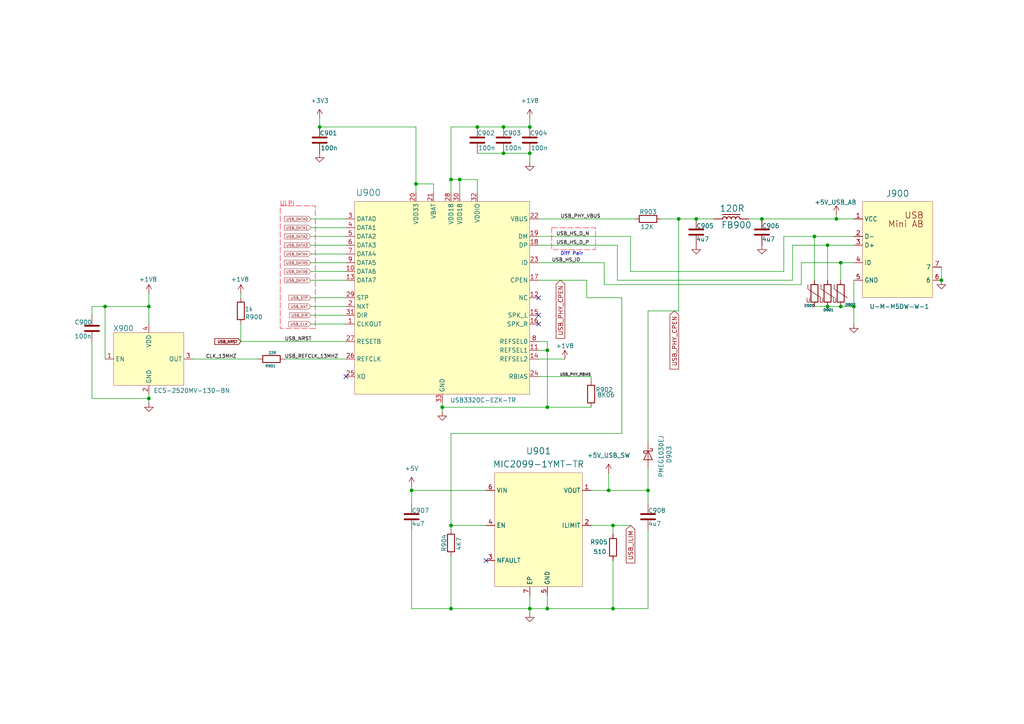
<source format=kicad_sch>
(kicad_sch (version 20231120) (generator "eeschema") (generator_version "8.0")
  (paper "A4")
  (title_block (title "USB 2.0 High-Speed (OTG)") (date "2024-12-05"))
  (lib_symbols
    (symbol "Device:C" (pin_numbers hide) (pin_names (offset 0.254))
      (property "Reference" "C" (at 0.635 2.54 0))
      (property "Value" "C" (at 0.635 -2.54 0))
      (symbol "C_0_1"
        (polyline (pts (xy -2.032 -0.762) (xy 2.032 -0.762)) (stroke (width 0.508)))
        (polyline (pts (xy -2.032 0.762) (xy 2.032 0.762)) (stroke (width 0.508)))
      )
      (symbol "C_1_1"
        (pin passive line (at 0 3.81 270) (length 2.794) (name "~") (number "1"))
        (pin passive line (at 0 -3.81 90) (length 2.794) (name "~") (number "2"))
      )
    )
    (symbol "Device:R" (pin_numbers hide) (pin_names (offset 0))
      (property "Reference" "R" (at 2.032 0 90))
      (property "Value" "R" (at 0 0 90))
      (symbol "R_0_1"
        (rectangle (start -1.016 -2.54) (end 1.016 2.54) (stroke (width 0.254)))
      )
      (symbol "R_1_1"
        (pin passive line (at 0 3.81 270) (length 1.27) (name "~") (number "1"))
        (pin passive line (at 0 -3.81 90) (length 1.27) (name "~") (number "2"))
      )
    )
    (symbol "Device:Varistor" (pin_numbers hide) (pin_names (offset 0))
      (property "Reference" "RV" (at 3.175 0 90))
      (property "Value" "Varistor" (at -3.175 0 90))
      (symbol "Varistor_0_0"
        (text "U" (at -1.778 -2.032 0) (effects (font (size 1.27 1.27))))
      )
      (symbol "Varistor_0_1"
        (rectangle (start -1.016 -2.54) (end 1.016 2.54) (stroke (width 0.254)))
        (polyline (pts (xy -1.905 2.54) (xy -1.905 1.27) (xy 1.905 -1.27)))
      )
      (symbol "Varistor_1_1"
        (pin passive line (at 0 3.81 270) (length 1.27) (name "~") (number "1"))
        (pin passive line (at 0 -3.81 90) (length 1.27) (name "~") (number "2"))
      )
    )
    (symbol "Diode:PMEG1030EJ" (pin_numbers hide) (pin_names hide)
      (property "Reference" "D" (at 0 2.54 0))
      (property "Value" "PMEG1030EJ" (at 0 -2.54 0))
      (symbol "PMEG1030EJ_0_1"
        (polyline (pts (xy 1.27 0) (xy -1.27 0)))
        (polyline (pts (xy 1.27 1.27) (xy 1.27 -1.27) (xy -1.27 0) (xy 1.27 1.27)) (stroke (width 0.2032)))
        (polyline (pts (xy -1.905 0.635) (xy -1.905 1.27) (xy -1.27 1.27) (xy -1.27 -1.27) (xy -0.635 -1.27) (xy -0.635 -0.635)) (stroke (width 0.2032)))
      )
      (symbol "PMEG1030EJ_1_1"
        (pin passive line (at -3.81 0 0) (length 2.54) (name "K") (number "1"))
        (pin passive line (at 3.81 0 180) (length 2.54) (name "A") (number "2"))
      )
    )
    (symbol "Schematic-Lib-PhilsLab:ECS-2520MV-130-BN-TR"
      (property "Reference" "X" (at -1.27 1.27 0))
      (property "Value" "ECS-2520MV-130-BN-TR" (at -1.27 -3.81 0))
      (symbol "ECS-2520MV-130-BN-TR_1_0"
        (rectangle (start 10.16 7.62) (end -10.16 -7.62) (stroke (width 0.0254) (color 128 0 0 1)) (fill (type background)))
        (pin input line (at -12.7 0 0) (length 2.54) (name "EN") (number "1"))
        (pin power_in line (at 0 -10.16 90) (length 2.54) (name "GND") (number "2"))
        (pin passive line (at 12.7 0 180) (length 2.54) (name "OUT") (number "3"))
        (pin power_in line (at 0 10.16 270) (length 2.54) (name "VDD") (number "4"))
      )
    )
    (symbol "Schematic-Lib-PhilsLab:FB_0402"
      (property "Reference" "FB" (at -1.27 1.27 0))
      (property "Value" "FB0402" (at -1.27 -3.81 0))
      (symbol "FB_0402_1_0"
        (arc (start -1.27 0) (mid -1.905 0.635) (end -2.54 0) (stroke (width 0.254)))
        (arc (start 0 0) (mid -0.635 0.635) (end -1.27 0) (stroke (width 0.254)))
        (polyline (pts (xy -2.54 1.27) (xy 2.54 1.27)) (stroke (width 0.254)))
        (arc (start 1.27 0) (mid 0.635 0.635) (end 0 0) (stroke (width 0.254)))
        (arc (start 2.54 0) (mid 1.905 0.635) (end 1.27 0) (stroke (width 0.254)))
        (pin passive line (at -5.08 0 0) (length 2.54) (name "1") (number "1"))
        (pin passive line (at 5.08 0 180) (length 2.54) (name "2") (number "2"))
      )
    )
    (symbol "Schematic-Lib-PhilsLab:GMSB0522132EU"
      (property "Reference" "J1" (at 0 21.59 0))
      (property "Value" "GMSB0522132EU" (at 0 17.78 0))
      (symbol "GMSB0522132EU_1_0"
        (rectangle (start -10.16 15.24) (end 10.16 -12.7) (stroke (width 0.0254)) (fill (type background)))
        (text "Mini AB" (at 7.62 7.62 0) (effects (font (size 1.8288 1.8288)) (justify right bottom)))
        (text "USB" (at 7.62 10.16 0) (effects (font (size 1.8288 1.8288)) (justify right bottom)))
        (pin power_in line (at -12.7 10.16 0) (length 2.54) (name "VCC") (number "1"))
        (pin bidirectional line (at -12.7 5.08 0) (length 2.54) (name "D-") (number "2"))
        (pin bidirectional line (at -12.7 2.54 0) (length 2.54) (name "D+") (number "3"))
        (pin passive line (at -12.7 -2.54 0) (length 2.54) (name "ID") (number "4"))
        (pin power_in line (at -12.7 -7.62 0) (length 2.54) (name "GND") (number "5"))
        (pin power_in line (at 12.7 -7.62 180) (length 2.54) (name "6") (number "6"))
        (pin power_in line (at 12.7 -3.81 180) (length 2.54) (name "7") (number "7"))
      )
    )
    (symbol "Schematic-Lib-PhilsLab:MIC2099-1YMT-TR"
      (property "Reference" "U" (at -1.27 1.27 0))
      (property "Value" "MIC2099-1YMT-TR" (at -1.27 -3.81 0))
      (symbol "MIC2099-1YMT-TR_1_0"
        (rectangle (start 12.7 17.78) (end -12.7 -15.24) (stroke (width 0.0254) (color 128 0 0 1)) (fill (type background)))
        (pin power_in line (at 15.24 12.7 180) (length 2.54) (name "VOUT") (number "1"))
        (pin passive line (at 15.24 2.54 180) (length 2.54) (name "ILIMIT") (number "2"))
        (pin open_collector line (at -15.24 -7.62 0) (length 2.54) (name "NFAULT") (number "3"))
        (pin input line (at -15.24 2.54 0) (length 2.54) (name "EN") (number "4"))
        (pin power_in line (at 2.54 -17.78 90) (length 2.54) (name "GND") (number "5"))
        (pin power_in line (at -15.24 12.7 0) (length 2.54) (name "VIN") (number "6"))
        (pin power_in line (at -2.54 -17.78 90) (length 2.54) (name "EP") (number "7"))
      )
    )
    (symbol "Schematic-Lib-PhilsLab:USB3320C-EZK-TR"
      (property "Reference" "U" (at -1.27 1.27 0))
      (property "Value" "USB3320C-EZK-TR" (at -1.27 -3.81 0))
      (symbol "USB3320C-EZK-TR_1_0"
        (rectangle (start 25.4 27.94) (end -25.4 -27.94) (stroke (width 0.0254) (color 128 0 0 1)) (fill (type background)))
        (pin passive line (at -27.94 -7.62 0) (length 2.54) (name "CLKOUT") (number "1"))
        (pin passive line (at -27.94 7.62 0) (length 2.54) (name "DATA6") (number "10"))
        (pin passive line (at 27.94 -15.24 180) (length 2.54) (name "REFSEL1") (number "11"))
        (pin passive line (at 27.94 0 180) (length 2.54) (name "NC") (number "12"))
        (pin passive line (at -27.94 5.08 0) (length 2.54) (name "DATA7") (number "13"))
        (pin passive line (at 27.94 -17.78 180) (length 2.54) (name "REFSEL2") (number "14"))
        (pin passive line (at 27.94 -5.08 180) (length 2.54) (name "SPK_L") (number "15"))
        (pin passive line (at 27.94 -7.62 180) (length 2.54) (name "SPK_R") (number "16"))
        (pin passive line (at 27.94 5.08 180) (length 2.54) (name "CPEN") (number "17"))
        (pin passive line (at 27.94 15.24 180) (length 2.54) (name "DP") (number "18"))
        (pin passive line (at 27.94 17.78 180) (length 2.54) (name "DM") (number "19"))
        (pin passive line (at -27.94 -2.54 0) (length 2.54) (name "NXT") (number "2"))
        (pin passive line (at -7.62 30.48 270) (length 2.54) (name "VDD33") (number "20"))
        (pin passive line (at -2.54 30.48 270) (length 2.54) (name "VBAT") (number "21"))
        (pin passive line (at 27.94 22.86 180) (length 2.54) (name "VBUS") (number "22"))
        (pin passive line (at 27.94 10.16 180) (length 2.54) (name "ID") (number "23"))
        (pin passive line (at 27.94 -22.86 180) (length 2.54) (name "RBIAS") (number "24"))
        (pin passive line (at -27.94 -22.86 0) (length 2.54) (name "XO") (number "25"))
        (pin passive line (at -27.94 -17.78 0) (length 2.54) (name "REFCLK") (number "26"))
        (pin passive line (at -27.94 -12.7 0) (length 2.54) (name "RESETB") (number "27"))
        (pin passive line (at 2.54 30.48 270) (length 2.54) (name "VDD18") (number "28"))
        (pin passive line (at -27.94 0 0) (length 2.54) (name "STP") (number "29"))
        (pin passive line (at -27.94 22.86 0) (length 2.54) (name "DATA0") (number "3"))
        (pin passive line (at 5.08 30.48 270) (length 2.54) (name "VDD18") (number "30"))
        (pin passive line (at -27.94 -5.08 0) (length 2.54) (name "DIR") (number "31"))
        (pin passive line (at 10.16 30.48 270) (length 2.54) (name "VDDIO") (number "32"))
        (pin passive line (at 0 -30.48 90) (length 2.54) (name "GND") (number "33"))
        (pin passive line (at -27.94 20.32 0) (length 2.54) (name "DATA1") (number "4"))
        (pin passive line (at -27.94 17.78 0) (length 2.54) (name "DATA2") (number "5"))
        (pin passive line (at -27.94 15.24 0) (length 2.54) (name "DATA3") (number "6"))
        (pin passive line (at -27.94 12.7 0) (length 2.54) (name "DATA4") (number "7"))
        (pin passive line (at 27.94 -12.7 180) (length 2.54) (name "REFSEL0") (number "8"))
        (pin passive line (at -27.94 10.16 0) (length 2.54) (name "DATA5") (number "9"))
      )
    )
    (symbol "power:+1V0" (power) (pin_numbers hide) (pin_names (offset 0) hide)
      (property "Value" "+1V0" (at 0 3.556 0))
      (symbol "+1V0_0_1"
        (polyline (pts (xy -0.762 1.27) (xy 0 2.54)))
        (polyline (pts (xy 0 0) (xy 0 2.54)))
        (polyline (pts (xy 0 2.54) (xy 0.762 1.27)))
      )
      (symbol "+1V0_1_1"
        (pin power_in line (at 0 0 90) (length 0) (name "~") (number "1"))
      )
    )
    (symbol "power:+5V" (power) (pin_numbers hide) (pin_names (offset 0) hide)
      (property "Value" "+5V" (at 0 3.556 0))
      (symbol "+5V_0_1"
        (polyline (pts (xy -0.762 1.27) (xy 0 2.54)))
        (polyline (pts (xy 0 0) (xy 0 2.54)))
        (polyline (pts (xy 0 2.54) (xy 0.762 1.27)))
      )
      (symbol "+5V_1_1"
        (pin power_in line (at 0 0 90) (length 0) (name "~") (number "1"))
      )
    )
    (symbol "power:GND" (power) (pin_numbers hide) (pin_names (offset 0) hide)
      (property "Value" "GND" (at 0 -3.81 0))
      (symbol "GND_0_1"
        (polyline (pts (xy 0 0) (xy 0 -1.27) (xy 1.27 -1.27) (xy 0 -2.54) (xy -1.27 -1.27) (xy 0 -1.27)))
      )
      (symbol "GND_1_1"
        (pin power_in line (at 0 0 270) (length 0) (name "~") (number "1"))
      )
    )
  )
  (junction (at 128.27 118.11))
  (junction (at 146.05 44.45))
  (junction (at 138.43 36.83))
  (junction (at 130.81 152.4))
  (junction (at 43.18 115.57))
  (junction (at 153.67 36.83))
  (junction (at 220.98 63.5))
  (junction (at 158.75 118.11))
  (junction (at 133.35 52.07))
  (junction (at 243.84 88.9))
  (junction (at 240.03 71.12))
  (junction (at 119.38 142.24))
  (junction (at 177.8 176.53))
  (junction (at 153.67 44.45))
  (junction (at 242.57 63.5))
  (junction (at 243.84 76.2))
  (junction (at 120.65 53.34))
  (junction (at 201.93 63.5))
  (junction (at 236.22 68.58))
  (junction (at 130.81 52.07))
  (junction (at 240.03 88.9))
  (junction (at 92.71 36.83))
  (junction (at 187.96 142.24))
  (junction (at 158.75 101.6))
  (junction (at 247.65 88.9))
  (junction (at 177.8 152.4))
  (junction (at 43.18 88.9))
  (junction (at 130.81 176.53))
  (junction (at 158.75 176.53))
  (junction (at 196.85 63.5))
  (junction (at 153.67 176.53))
  (junction (at 273.05 81.28))
  (junction (at 146.05 36.83))
  (junction (at 176.53 142.24))
  (junction (at 30.48 88.9))
  (no_connect (at 156.21 93.98))
  (no_connect (at 140.97 162.56))
  (no_connect (at 156.21 91.44))
  (no_connect (at 156.21 86.36))
  (no_connect (at 100.33 109.22))
  (wire (pts (xy 138.43 52.07) (xy 138.43 55.88)))
  (wire (pts (xy 90.17 88.9) (xy 100.33 88.9)))
  (wire (pts (xy 236.22 88.9) (xy 240.03 88.9)))
  (wire (pts (xy 133.35 52.07) (xy 138.43 52.07)))
  (wire (pts (xy 229.87 71.12) (xy 240.03 71.12)))
  (wire (pts (xy 175.26 82.55) (xy 175.26 76.2)))
  (wire (pts (xy 90.17 66.04) (xy 100.33 66.04)))
  (wire (pts (xy 153.67 176.53) (xy 158.75 176.53)))
  (wire (pts (xy 130.81 176.53) (xy 153.67 176.53)))
  (wire (pts (xy 92.71 36.83) (xy 120.65 36.83)))
  (wire (pts (xy 90.17 76.2) (xy 100.33 76.2)))
  (wire (pts (xy 156.21 109.22) (xy 171.45 109.22)))
  (wire (pts (xy 187.96 176.53) (xy 177.8 176.53)))
  (wire (pts (xy 156.21 104.14) (xy 163.83 104.14)))
  (wire (pts (xy 90.17 81.28) (xy 100.33 81.28)))
  (wire (pts (xy 201.93 63.5) (xy 207.01 63.5)))
  (wire (pts (xy 220.98 63.5) (xy 242.57 63.5)))
  (wire (pts (xy 243.84 81.28) (xy 243.84 76.2)))
  (wire (pts (xy 119.38 176.53) (xy 130.81 176.53)))
  (wire (pts (xy 242.57 62.23) (xy 242.57 63.5)))
  (wire (pts (xy 196.85 90.17) (xy 196.85 63.5)))
  (wire (pts (xy 177.8 154.94) (xy 177.8 152.4)))
  (wire (pts (xy 158.75 99.06) (xy 158.75 101.6)))
  (wire (pts (xy 92.71 34.29) (xy 92.71 36.83)))
  (wire (pts (xy 119.38 153.67) (xy 119.38 176.53)))
  (wire (pts (xy 69.85 85.09) (xy 69.85 86.36)))
  (wire (pts (xy 182.88 68.58) (xy 182.88 78.74)))
  (wire (pts (xy 243.84 88.9) (xy 247.65 88.9)))
  (wire (pts (xy 156.21 63.5) (xy 184.15 63.5)))
  (wire (pts (xy 158.75 101.6) (xy 158.75 118.11)))
  (wire (pts (xy 240.03 71.12) (xy 247.65 71.12)))
  (wire (pts (xy 242.57 63.5) (xy 247.65 63.5)))
  (wire (pts (xy 130.81 152.4) (xy 130.81 125.73)))
  (wire (pts (xy 156.21 68.58) (xy 182.88 68.58)))
  (wire (pts (xy 247.65 76.2) (xy 243.84 76.2)))
  (wire (pts (xy 90.17 91.44) (xy 100.33 91.44)))
  (wire (pts (xy 158.75 176.53) (xy 158.75 172.72)))
  (wire (pts (xy 138.43 36.83) (xy 130.81 36.83)))
  (wire (pts (xy 43.18 88.9) (xy 30.48 88.9)))
  (wire (pts (xy 128.27 119.38) (xy 128.27 118.11)))
  (wire (pts (xy 30.48 88.9) (xy 30.48 104.14)))
  (wire (pts (xy 90.17 71.12) (xy 100.33 71.12)))
  (wire (pts (xy 140.97 142.24) (xy 119.38 142.24)))
  (wire (pts (xy 130.81 52.07) (xy 133.35 52.07)))
  (wire (pts (xy 43.18 88.9) (xy 43.18 93.98)))
  (wire (pts (xy 43.18 85.09) (xy 43.18 88.9)))
  (wire (pts (xy 177.8 152.4) (xy 182.88 152.4)))
  (wire (pts (xy 153.67 177.8) (xy 153.67 176.53)))
  (wire (pts (xy 217.17 63.5) (xy 220.98 63.5)))
  (wire (pts (xy 227.33 68.58) (xy 236.22 68.58)))
  (wire (pts (xy 187.96 146.05) (xy 187.96 142.24)))
  (wire (pts (xy 182.88 78.74) (xy 227.33 78.74)))
  (wire (pts (xy 156.21 81.28) (xy 170.18 81.28)))
  (wire (pts (xy 26.67 115.57) (xy 43.18 115.57)))
  (wire (pts (xy 171.45 109.22) (xy 171.45 110.49)))
  (wire (pts (xy 229.87 81.28) (xy 229.87 71.12)))
  (wire (pts (xy 232.41 76.2) (xy 232.41 82.55)))
  (wire (pts (xy 153.67 172.72) (xy 153.67 176.53)))
  (wire (pts (xy 247.65 93.98) (xy 247.65 88.9)))
  (wire (pts (xy 232.41 82.55) (xy 175.26 82.55)))
  (wire (pts (xy 146.05 44.45) (xy 153.67 44.45)))
  (wire (pts (xy 120.65 53.34) (xy 120.65 55.88)))
  (wire (pts (xy 90.17 93.98) (xy 100.33 93.98)))
  (wire (pts (xy 158.75 118.11) (xy 128.27 118.11)))
  (wire (pts (xy 130.81 125.73) (xy 180.34 125.73)))
  (wire (pts (xy 140.97 152.4) (xy 130.81 152.4)))
  (wire (pts (xy 26.67 88.9) (xy 26.67 91.44)))
  (wire (pts (xy 90.17 78.74) (xy 100.33 78.74)))
  (wire (pts (xy 119.38 140.97) (xy 119.38 142.24)))
  (wire (pts (xy 128.27 118.11) (xy 128.27 116.84)))
  (wire (pts (xy 130.81 152.4) (xy 130.81 153.67)))
  (wire (pts (xy 120.65 36.83) (xy 120.65 53.34)))
  (wire (pts (xy 187.96 153.67) (xy 187.96 176.53)))
  (wire (pts (xy 177.8 162.56) (xy 177.8 176.53)))
  (wire (pts (xy 138.43 44.45) (xy 146.05 44.45)))
  (wire (pts (xy 69.85 99.06) (xy 100.33 99.06)))
  (wire (pts (xy 43.18 115.57) (xy 43.18 114.3)))
  (wire (pts (xy 170.18 86.36) (xy 170.18 81.28)))
  (wire (pts (xy 138.43 36.83) (xy 146.05 36.83)))
  (wire (pts (xy 119.38 142.24) (xy 119.38 146.05)))
  (wire (pts (xy 146.05 36.83) (xy 153.67 36.83)))
  (wire (pts (xy 171.45 142.24) (xy 176.53 142.24)))
  (wire (pts (xy 158.75 118.11) (xy 171.45 118.11)))
  (wire (pts (xy 243.84 76.2) (xy 232.41 76.2)))
  (wire (pts (xy 125.73 55.88) (xy 125.73 53.34)))
  (wire (pts (xy 177.8 152.4) (xy 171.45 152.4)))
  (wire (pts (xy 130.81 161.29) (xy 130.81 176.53)))
  (wire (pts (xy 175.26 76.2) (xy 156.21 76.2)))
  (wire (pts (xy 133.35 52.07) (xy 133.35 55.88)))
  (wire (pts (xy 26.67 99.06) (xy 26.67 115.57)))
  (wire (pts (xy 130.81 55.88) (xy 130.81 52.07)))
  (wire (pts (xy 179.07 81.28) (xy 229.87 81.28)))
  (wire (pts (xy 82.55 104.14) (xy 100.33 104.14)))
  (wire (pts (xy 227.33 78.74) (xy 227.33 68.58)))
  (wire (pts (xy 153.67 46.99) (xy 153.67 44.45)))
  (wire (pts (xy 179.07 71.12) (xy 179.07 81.28)))
  (wire (pts (xy 191.77 63.5) (xy 196.85 63.5)))
  (wire (pts (xy 130.81 36.83) (xy 130.81 52.07)))
  (wire (pts (xy 176.53 137.16) (xy 176.53 142.24)))
  (wire (pts (xy 125.73 53.34) (xy 120.65 53.34)))
  (wire (pts (xy 158.75 101.6) (xy 156.21 101.6)))
  (wire (pts (xy 196.85 63.5) (xy 201.93 63.5)))
  (wire (pts (xy 153.67 34.29) (xy 153.67 36.83)))
  (wire (pts (xy 273.05 77.47) (xy 273.05 81.28)))
  (wire (pts (xy 247.65 88.9) (xy 247.65 81.28)))
  (wire (pts (xy 156.21 99.06) (xy 158.75 99.06)))
  (wire (pts (xy 90.17 86.36) (xy 100.33 86.36)))
  (wire (pts (xy 187.96 128.27) (xy 187.96 90.17)))
  (wire (pts (xy 55.88 104.14) (xy 74.93 104.14)))
  (wire (pts (xy 236.22 68.58) (xy 247.65 68.58)))
  (wire (pts (xy 180.34 125.73) (xy 180.34 86.36)))
  (wire (pts (xy 43.18 116.84) (xy 43.18 115.57)))
  (wire (pts (xy 187.96 90.17) (xy 196.85 90.17)))
  (wire (pts (xy 156.21 71.12) (xy 179.07 71.12)))
  (wire (pts (xy 90.17 63.5) (xy 100.33 63.5)))
  (wire (pts (xy 176.53 142.24) (xy 187.96 142.24)))
  (wire (pts (xy 30.48 88.9) (xy 26.67 88.9)))
  (wire (pts (xy 187.96 142.24) (xy 187.96 135.89)))
  (wire (pts (xy 90.17 68.58) (xy 100.33 68.58)))
  (wire (pts (xy 69.85 99.06) (xy 69.85 93.98)))
  (wire (pts (xy 180.34 86.36) (xy 170.18 86.36)))
  (wire (pts (xy 240.03 88.9) (xy 243.84 88.9)))
  (wire (pts (xy 177.8 176.53) (xy 158.75 176.53)))
  (wire (pts (xy 236.22 68.58) (xy 236.22 81.28)))
  (wire (pts (xy 240.03 71.12) (xy 240.03 81.28)))
  (wire (pts (xy 90.17 73.66) (xy 100.33 73.66)))
  (rectangle (start 91.44 95.25) (end 91.44 95.25))
  (rectangle (start 160.02 66.04) (end 172.72 72.39) (stroke (width 0) (type dash) (color 255 42 44 1)))
  (rectangle (start 81.28 59.69) (end 91.44 95.25) (stroke (width 0) (type dash) (color 255 38 45 1)))
  (text "ULPI" (at 83.312 59.182 0) (effects (font (size 1.27 1.27))))
  (text "Diff Pair" (at 165.862 73.66 0) (effects (font (size 1.016 1.016))))
  (label "USB_NRST" (at 82.55 99.06 0) (effects (font (size 1.016 1.016))))
  (label "CLK_13MHZ" (at 59.69 104.14 0) (effects (font (size 1.016 1.016))))
  (label "USB_PHY_RBIAS" (at 171.45 109.22 180) (effects (font (size 0.762 0.762))))
  (label "USB_HS_D_P" (at 161.29 71.12 0) (effects (font (size 1.016 1.016))))
  (label "USB_HS_ID" (at 160.02 76.2 0) (effects (font (size 1.016 1.016))))
  (label "USB_HS_D_N" (at 161.29 68.58 0) (effects (font (size 1.016 1.016))))
  (label "USB_REFCLK_13MHZ" (at 82.55 104.14 0) (effects (font (size 1.016 1.016))))
  (label "USB_PHY_VBUS" (at 162.56 63.5 0) (effects (font (size 1.016 1.016))))
  (global_label "USB_DATA4" (shape input) (at 90.17 73.66 180) (effects (font (size 0.762 0.762) (thickness 0.0953))) (property "Intersheetrefs" "${INTERSHEET_REFS}" (effects (hide yes))))
  (global_label "USB_DATA3" (shape input) (at 90.17 71.12 180) (effects (font (size 0.762 0.762) (thickness 0.0953))) (property "Intersheetrefs" "${INTERSHEET_REFS}" (effects (hide yes))))
  (global_label "USB_NXT" (shape input) (at 90.17 88.9 180) (effects (font (size 0.762 0.762) (thickness 0.0953))) (property "Intersheetrefs" "${INTERSHEET_REFS}" (effects (hide yes))))
  (global_label "USB_DIR" (shape input) (at 90.17 91.44 180) (effects (font (size 0.762 0.762) (thickness 0.0953))) (property "Intersheetrefs" "${INTERSHEET_REFS}" (effects (hide yes))))
  (global_label "USB_ILIM" (shape input) (at 182.88 152.4 270) (property "Intersheetrefs" "${INTERSHEET_REFS}" (effects (hide yes))))
  (global_label "USB_DATA6" (shape input) (at 90.17 78.74 180) (effects (font (size 0.762 0.762) (thickness 0.0953))) (property "Intersheetrefs" "${INTERSHEET_REFS}" (effects (hide yes))))
  (global_label "USB_STP" (shape input) (at 90.17 86.36 180) (effects (font (size 0.762 0.762) (thickness 0.0953))) (property "Intersheetrefs" "${INTERSHEET_REFS}" (effects (hide yes))))
  (global_label "USB_DATA2" (shape input) (at 90.17 68.58 180) (effects (font (size 0.762 0.762) (thickness 0.0953))) (property "Intersheetrefs" "${INTERSHEET_REFS}" (effects (hide yes))))
  (global_label "USB_DATA7" (shape input) (at 90.17 81.28 180) (effects (font (size 0.762 0.762) (thickness 0.0953))) (property "Intersheetrefs" "${INTERSHEET_REFS}" (effects (hide yes))))
  (global_label "USB_PHY_CPEN" (shape input) (at 195.58 90.17 270) (property "Intersheetrefs" "${INTERSHEET_REFS}" (effects (hide yes))))
  (global_label "USB_CLK" (shape input) (at 90.17 93.98 180) (effects (font (size 0.762 0.762) (thickness 0.0953))) (property "Intersheetrefs" "${INTERSHEET_REFS}" (effects (hide yes))))
  (global_label "USB_DATA5" (shape input) (at 90.17 76.2 180) (effects (font (size 0.762 0.762) (thickness 0.0953))) (property "Intersheetrefs" "${INTERSHEET_REFS}" (effects (hide yes))))
  (global_label "USB_PHY_CPEN" (shape input) (at 162.56 81.28 270) (property "Intersheetrefs" "${INTERSHEET_REFS}" (effects (hide yes))))
  (global_label "USB_DATA1" (shape input) (at 90.17 66.04 180) (effects (font (size 0.762 0.762) (thickness 0.0953))) (property "Intersheetrefs" "${INTERSHEET_REFS}" (effects (hide yes))))
  (global_label "USB_NRST" (shape input) (at 69.85 99.06 180) (effects (font (size 0.762 0.762) (thickness 0.254) (bold yes))) (property "Intersheetrefs" "${INTERSHEET_REFS}" (effects (hide yes))))
  (global_label "USB_DATA0" (shape input) (at 90.17 63.5 180) (effects (font (size 0.762 0.762) (thickness 0.0953))) (property "Intersheetrefs" "${INTERSHEET_REFS}" (effects (hide yes))))
  (symbol (lib_id "Device:C") (at 201.93 67.31 0) (unit 1)
    (property "Reference" "C905" (at 201.93 65.532 0) (effects (justify left)))
    (property "Value" "4u7" (at 201.93 69.342 0) (effects (justify left)))
    (property "Footprint" "Capacitor_SMD:C_0402_1005Metric" (effects (hide yes)))
    (property "Description" "Unpolarized capacitor" (effects (hide yes)))
    (property "LCSC" "C23733" (effects (hide yes)))
    (property "Manufacturer Part Number" "CL05A475MP5NRNC" (effects (hide yes)))
  )
  (symbol (lib_id "Diode:PMEG1030EJ") (at 187.96 132.08 270) (unit 1)
    (property "Reference" "D903" (at 194.056 131.826 0))
    (property "Value" "PMEG1030EJ" (at 191.77 132.334 0))
    (property "Footprint" "easyeda2kicad_foorprint:SOD-323_L1.8-W1.3-LS2.5-RD" (effects (hide yes)))
    (property "Datasheet" "https://assets.nexperia.com/documents/data-sheet/PMEG1030EH_EJ.pdf" (effects (hide yes)))
    (property "Description" "10V, 3A ultra low Vf MEGA Schottky barrier rectifier, SOD-323F" (effects (hide yes)))
    (property "LCSC" "C133633" (effects (hide yes)))
    (property "Field6Manufacturer Part Number" "PMEG1030EJ" (effects (hide yes)))
  )
  (symbol (lib_id "power:GND") (at 201.93 71.12 0) (unit 1)
    (property "Reference" "#PWR0203" (effects (hide yes)))
    (property "Value" "GND" (effects (hide yes)))
    (property "Description" "Power symbol creates a global label with name \"GND\" , ground" (effects (hide yes)))
  )
  (symbol (lib_id "Device:R") (at 130.81 157.48 180) (unit 1)
    (property "Reference" "R904" (at 128.778 157.48 90))
    (property "Value" "4K7" (at 133.096 157.734 90))
    (property "Footprint" "Resistor_SMD:R_0402_1005Metric" (effects (hide yes)))
    (property "Description" "Resistor" (effects (hide yes)))
    (property "LCSC" "C25900" (effects (hide yes)))
    (property "Manufacturer Part Number" "0402WGF4701TCE" (effects (hide yes)))
  )
  (symbol (lib_id "power:GND") (at 273.05 81.28 0) (unit 1)
    (property "Reference" "#PWR050" (effects (hide yes)))
    (property "Value" "GND" (effects (hide yes)))
    (property "Description" "Power symbol creates a global label with name \"GND\" , ground" (effects (hide yes)))
  )
  (symbol (lib_id "Device:R") (at 171.45 114.3 180) (unit 1)
    (property "Reference" "R902" (at 175.26 113.03 0))
    (property "Value" "8K06" (at 175.768 114.554 0))
    (property "Footprint" "Resistor_SMD:R_0402_1005Metric" (effects (hide yes)))
    (property "Description" "Resistor" (effects (hide yes)))
    (property "LCSC" "C25923" (effects (hide yes)))
    (property "Manufacturer Part Number" "0402WGF8061TCE" (effects (hide yes)))
  )
  (symbol (lib_id "Schematic-Lib-PhilsLab:USB3320C-EZK-TR") (at 128.27 86.36 0) (unit 1)
    (property "Reference" "U900" (at 103.124 55.88 0) (effects (font (size 1.8288 1.8288)) (justify left)))
    (property "Value" "USB3320C-EZK-TR" (at 130.556 116.078 0) (effects (justify left)))
    (property "Footprint" "easyeda2kicad_foorprint:QFN-32_L5.0-W5.0-P0.50-BL-EP3.4" (effects (hide yes)))
    (property "Description" "Hi-Speed USB 2.0 ULPI Transceiver" (effects (hide yes)))
    (property "Manufacturer" "Microchip" (effects (hide yes)))
    (property "Manufacturer Part Number" "USB3320C-EZK-TR" (effects (hide yes)))
    (property "LCSC" "C132156" (effects (hide yes)))
  )
  (symbol (lib_id "Device:R") (at 177.8 158.75 180) (unit 1)
    (property "Reference" "R905" (at 173.736 157.226 0))
    (property "Value" "510" (at 173.99 160.02 0))
    (property "Footprint" "Resistor_SMD:R_0402_1005Metric" (effects (hide yes)))
    (property "Description" "Resistor" (effects (hide yes)))
    (property "LCSC" "C1119" (effects (hide yes)))
    (property "Manufacturer Part Number" "RC-02W511JT" (effects (hide yes)))
  )
  (symbol (lib_id "power:+1V0") (at 163.83 104.14 0) (unit 1)
    (property "Reference" "#PWR0206" (effects (hide yes)))
    (property "Value" "+1V8" (at 163.83 100.33 0))
    (property "Description" "Power symbol creates a global label with name \"+1V0\"" (effects (hide yes)))
  )
  (symbol (lib_id "power:+1V0") (at 153.67 34.29 0) (unit 1)
    (property "Reference" "#PWR0198" (effects (hide yes)))
    (property "Value" "+1V8" (at 153.67 29.21 0))
    (property "Description" "Power symbol creates a global label with name \"+1V0\"" (effects (hide yes)))
  )
  (symbol (lib_id "power:GND") (at 43.18 116.84 0) (unit 1)
    (property "Reference" "#PWR0201" (effects (hide yes)))
    (property "Value" "GND" (effects (hide yes)))
    (property "Description" "Power symbol creates a global label with name \"GND\" , ground" (effects (hide yes)))
  )
  (symbol (lib_id "Device:C") (at 26.67 95.25 0) (unit 1)
    (property "Reference" "C900" (at 21.59 93.472 0) (effects (justify left)))
    (property "Value" "100n" (at 21.59 97.536 0) (effects (justify left)))
    (property "Footprint" "Capacitor_SMD:C_0402_1005Metric" (effects (hide yes)))
    (property "Description" "Unpolarized capacitor" (effects (hide yes)))
    (property "LCSC" "C1525" (effects (hide yes)))
    (property "Manufacturer Part Number" "CL05B104KO5NNNC" (effects (hide yes)))
  )
  (symbol (lib_id "Device:Varistor") (at 243.84 85.09 0) (unit 1)
    (property "Reference" "D902" (at 245.11 88.392 0) (effects (font (size 0.762 0.762)) (justify left)))
    (property "Value" "Varistor" (effects (hide yes)))
    (property "Footprint" "easyeda2kicad_foorprint:C0402" (effects (hide yes)))
    (property "Description" "Voltage dependent resistor" (effects (hide yes)))
    (property "Sim.Name" "kicad_builtin_varistor" (effects (hide yes)))
    (property "Sim.Device" "SUBCKT" (effects (hide yes)))
    (property "Sim.Pins" "1=A 2=B" (effects (hide yes)))
    (property "Sim.Params" "threshold=1k" (effects (hide yes)))
    (property "Sim.Library" "${KICAD7_SYMBOL_DIR}/Simulation_SPICE.sp" (effects (hide yes)))
    (property "LCSC" "C2655393" (effects (hide yes)))
    (property "Manufacturer Part Number" "CG0402MLU-3.3G" (effects (hide yes)))
  )
  (symbol (lib_id "power:GND") (at 153.67 46.99 0) (unit 1)
    (property "Reference" "#PWR0195" (effects (hide yes)))
    (property "Value" "GND" (effects (hide yes)))
    (property "Description" "Power symbol creates a global label with name \"GND\" , ground" (effects (hide yes)))
  )
  (symbol (lib_id "power:GND") (at 247.65 93.98 0) (unit 1)
    (property "Reference" "#PWR0205" (effects (hide yes)))
    (property "Value" "GND" (effects (hide yes)))
    (property "Description" "Power symbol creates a global label with name \"GND\" , ground" (effects (hide yes)))
  )
  (symbol (lib_id "Device:C") (at 92.71 40.64 0) (unit 1)
    (property "Reference" "C901" (at 92.71 38.608 0) (effects (justify left)))
    (property "Value" "100n" (at 92.964 42.926 0) (effects (justify left)))
    (property "Footprint" "Capacitor_SMD:C_0402_1005Metric" (effects (hide yes)))
    (property "Description" "Unpolarized capacitor" (effects (hide yes)))
    (property "LCSC" "C1525" (effects (hide yes)))
    (property "Manufacturer Part Number" "CL05B104KO5NNNC" (effects (hide yes)))
  )
  (symbol (lib_id "Schematic-Lib-PhilsLab:MIC2099-1YMT-TR") (at 156.21 154.94 0) (unit 1)
    (property "Reference" "U901" (at 156.21 130.81 0) (effects (font (size 1.8288 1.8288))))
    (property "Value" "MIC2099-1YMT-TR" (at 156.21 134.62 0) (effects (font (size 1.8288 1.8288))))
    (property "Footprint" "easyeda2kicad_foorprint:UDFN-6_L1.6-W1.6-P0.50-BL-EP1.2" (effects (hide yes)))
    (property "Description" "Power Distribution Switch Resistor programmable current limit\r\n– 0.1A to 1.1A 2.5V-5.5V" (effects (hide yes)))
    (property "Manufacturer" "Microchip" (effects (hide yes)))
    (property "Manufacturer Part Number" "MIC2099-1YMT-TR" (effects (hide yes)))
    (property "LCSC" "C621527" (effects (hide yes)))
  )
  (symbol (lib_id "Device:C") (at 220.98 67.31 0) (unit 1)
    (property "Reference" "C906" (at 220.98 65.532 0) (effects (justify left)))
    (property "Value" "4u7" (at 220.98 69.342 0) (effects (justify left)))
    (property "Footprint" "Capacitor_SMD:C_0402_1005Metric" (effects (hide yes)))
    (property "Description" "Unpolarized capacitor" (effects (hide yes)))
    (property "LCSC" "C23733" (effects (hide yes)))
    (property "Manufacturer Part Number" "CL05A475MP5NRNC" (effects (hide yes)))
  )
  (symbol (lib_id "Device:C") (at 119.38 149.86 0) (unit 1)
    (property "Reference" "C907" (at 119.38 148.082 0) (effects (justify left)))
    (property "Value" "4u7" (at 119.38 151.892 0) (effects (justify left)))
    (property "Footprint" "Capacitor_SMD:C_0402_1005Metric" (effects (hide yes)))
    (property "Description" "Unpolarized capacitor" (effects (hide yes)))
    (property "LCSC" "C23733" (effects (hide yes)))
    (property "Manufacturer Part Number" "CL05A475MP5NRNC" (effects (hide yes)))
  )
  (symbol (lib_id "Device:C") (at 138.43 40.64 0) (unit 1)
    (property "Reference" "C902" (at 138.43 38.608 0) (effects (justify left)))
    (property "Value" "100n" (at 138.684 42.926 0) (effects (justify left)))
    (property "Footprint" "Capacitor_SMD:C_0402_1005Metric" (effects (hide yes)))
    (property "Description" "Unpolarized capacitor" (effects (hide yes)))
    (property "LCSC" "C1525" (effects (hide yes)))
    (property "Manufacturer Part Number" "CL05B104KO5NNNC" (effects (hide yes)))
  )
  (symbol (lib_id "power:+1V0") (at 43.18 85.09 0) (unit 1)
    (property "Reference" "#PWR0202" (effects (hide yes)))
    (property "Value" "+1V8" (at 42.926 81.026 0))
    (property "Description" "Power symbol creates a global label with name \"+1V0\"" (effects (hide yes)))
  )
  (symbol (lib_id "Schematic-Lib-PhilsLab:GMSB0522132EU") (at 260.35 73.66 0) (unit 1)
    (property "Reference" "J900" (at 260.35 56.134 0) (effects (font (size 1.8288 1.8288))))
    (property "Value" "U-M-M5DW-W-1" (at 260.858 88.9 0))
    (property "Footprint" "easyeda2kicad_foorprint:MINI-USB-TH_U-M-M5DW-W-1" (effects (hide yes)))
    (property "Description" "USB 2.0 Mini AB Receptacle Right Angle Through-Hole" (effects (hide yes)))
    (property "Manufacturer" "Korean Hroparts Elec" (effects (hide yes)))
    (property "Manufacturer Part Number" "U-M-M5DW-W-1" (effects (hide yes)))
    (property "LCSC" "C530648" (effects (hide yes)))
  )
  (symbol (lib_id "power:+5V") (at 242.57 62.23 0) (unit 1)
    (property "Reference" "#PWR051" (effects (hide yes)))
    (property "Value" "+5V_USB_AB" (at 242.316 58.674 0))
    (property "Description" "Power symbol creates a global label with name \"+5V\"" (effects (hide yes)))
  )
  (symbol (lib_id "Schematic-Lib-PhilsLab:FB_0402") (at 212.09 63.5 0) (unit 1)
    (property "Reference" "FB900" (at 213.614 65.278 0) (effects (font (size 1.8288 1.8288))))
    (property "Value" "120R" (at 212.344 60.452 0) (effects (font (size 1.8288 1.8288))))
    (property "Footprint" "Footprint-Lib-PhilsLab:FB_0402" (effects (hide yes)))
    (property "Description" "Ferrite Bead SMD 0402" (effects (hide yes)))
    (property "Manufacturer" "*" (effects (hide yes)))
    (property "Manufacturer Part Number" "GZ1005D121TF" (effects (hide yes)))
    (property "Distributor Link" "*" (effects (hide yes)))
    (property "LCSC" "C38480" (effects (hide yes)))
  )
  (symbol (lib_id "power:+1V0") (at 119.38 140.97 0) (unit 1)
    (property "Reference" "#PWR061" (effects (hide yes)))
    (property "Value" "+5V" (at 119.38 135.89 0))
    (property "Description" "Power symbol creates a global label with name \"+1V0\"" (effects (hide yes)))
  )
  (symbol (lib_id "Schematic-Lib-PhilsLab:ECS-2520MV-130-BN-TR") (at 43.18 104.14 0) (unit 1)
    (property "Reference" "X900" (at 35.814 95.25 0) (effects (font (size 1.524 1.524))))
    (property "Value" "ECS-2520MV-130-BN" (at 55.626 113.284 0))
    (property "Footprint" "Footprint-Lib-PhilsLab:XTAL_2520" (effects (hide yes)))
    (property "Description" "Standard Clock Oscillators XO (Standard),13MHz,Standby (Power Down),CMOS, Multi-Volt,1.6 V 3.6 V,+/-50ppm,-40 C 85 C,6mA,Surface Mount,4-SMD, No Lead,(2.50mm x 2.00mm),(0.80mm)" (effects (hide yes)))
    (property "Manufacturer" "ECS" (effects (hide yes)))
    (property "Manufacturer Part Number" "ECS-2520MV-130-BN-TR" (effects (hide yes)))
    (property "LCSC" "C2613032" (effects (hide yes)))
  )
  (symbol (lib_id "power:GND") (at 220.98 71.12 0) (unit 1)
    (property "Reference" "#PWR0204" (effects (hide yes)))
    (property "Value" "GND" (effects (hide yes)))
    (property "Description" "Power symbol creates a global label with name \"GND\" , ground" (effects (hide yes)))
  )
  (symbol (lib_id "power:GND") (at 153.67 177.8 0) (mirror y) (unit 1)
    (property "Reference" "#PWR059" (effects (hide yes)))
    (property "Value" "GND" (effects (hide yes)))
    (property "Description" "Power symbol creates a global label with name \"GND\" , ground" (effects (hide yes)))
  )
  (symbol (lib_id "Device:R") (at 78.74 104.14 270) (unit 1)
    (property "Reference" "R901" (at 78.486 106.172 90) (effects (font (size 0.762 0.762))))
    (property "Value" "22R" (at 78.994 102.362 90) (effects (font (size 0.762 0.762))))
    (property "Footprint" "Resistor_SMD:R_0402_1005Metric" (effects (hide yes)))
    (property "Description" "Resistor" (effects (hide yes)))
    (property "LCSC" "C25092" (effects (hide yes)))
    (property "Manufacturer Part Number" "0402WGF220JTCE" (effects (hide yes)))
  )
  (symbol (lib_id "power:+1V0") (at 69.85 85.09 0) (unit 1)
    (property "Reference" "#PWR0200" (effects (hide yes)))
    (property "Value" "+1V8" (at 69.596 81.026 0))
    (property "Description" "Power symbol creates a global label with name \"+1V0\"" (effects (hide yes)))
  )
  (symbol (lib_id "Device:C") (at 146.05 40.64 0) (unit 1)
    (property "Reference" "C903" (at 146.05 38.608 0) (effects (justify left)))
    (property "Value" "100n" (at 146.304 42.926 0) (effects (justify left)))
    (property "Footprint" "Capacitor_SMD:C_0402_1005Metric" (effects (hide yes)))
    (property "Description" "Unpolarized capacitor" (effects (hide yes)))
    (property "LCSC" "C1525" (effects (hide yes)))
    (property "Manufacturer Part Number" "CL05B104KO5NNNC" (effects (hide yes)))
  )
  (symbol (lib_id "Device:C") (at 187.96 149.86 0) (unit 1)
    (property "Reference" "C908" (at 187.96 148.082 0) (effects (justify left)))
    (property "Value" "4u7" (at 187.96 151.892 0) (effects (justify left)))
    (property "Footprint" "Capacitor_SMD:C_0402_1005Metric" (effects (hide yes)))
    (property "Description" "Unpolarized capacitor" (effects (hide yes)))
    (property "LCSC" "C23733" (effects (hide yes)))
    (property "Manufacturer Part Number" "CL05A475MP5NRNC" (effects (hide yes)))
  )
  (symbol (lib_id "Device:Varistor") (at 236.22 85.09 0) (unit 1)
    (property "Reference" "D900" (at 233.172 88.646 0) (effects (font (size 0.762 0.762)) (justify left)))
    (property "Value" "Varistor" (effects (hide yes)))
    (property "Footprint" "easyeda2kicad_foorprint:C0402" (effects (hide yes)))
    (property "Description" "Voltage dependent resistor" (effects (hide yes)))
    (property "Sim.Name" "kicad_builtin_varistor" (effects (hide yes)))
    (property "Sim.Device" "SUBCKT" (effects (hide yes)))
    (property "Sim.Pins" "1=A 2=B" (effects (hide yes)))
    (property "Sim.Params" "threshold=1k" (effects (hide yes)))
    (property "Sim.Library" "${KICAD7_SYMBOL_DIR}/Simulation_SPICE.sp" (effects (hide yes)))
    (property "LCSC" "C2655393" (effects (hide yes)))
    (property "Manufacturer Part Number" "CG0402MLU-3.3G" (effects (hide yes)))
  )
  (symbol (lib_id "Device:Varistor") (at 240.03 85.09 0) (unit 1)
    (property "Reference" "D901" (at 238.76 89.916 0) (effects (font (size 0.762 0.762)) (justify left)))
    (property "Value" "Varistor" (effects (hide yes)))
    (property "Footprint" "easyeda2kicad_foorprint:C0402" (effects (hide yes)))
    (property "Description" "Voltage dependent resistor" (effects (hide yes)))
    (property "Sim.Name" "kicad_builtin_varistor" (effects (hide yes)))
    (property "Sim.Device" "SUBCKT" (effects (hide yes)))
    (property "Sim.Pins" "1=A 2=B" (effects (hide yes)))
    (property "Sim.Params" "threshold=1k" (effects (hide yes)))
    (property "Sim.Library" "${KICAD7_SYMBOL_DIR}/Simulation_SPICE.sp" (effects (hide yes)))
    (property "LCSC" "C2655393" (effects (hide yes)))
    (property "Manufacturer Part Number" "CG0402MLU-3.3G" (effects (hide yes)))
  )
  (symbol (lib_id "power:GND") (at 128.27 119.38 0) (unit 1)
    (property "Reference" "#PWR0199" (effects (hide yes)))
    (property "Value" "GND" (effects (hide yes)))
    (property "Description" "Power symbol creates a global label with name \"GND\" , ground" (effects (hide yes)))
  )
  (symbol (lib_id "Device:C") (at 153.67 40.64 0) (unit 1)
    (property "Reference" "C904" (at 153.67 38.608 0) (effects (justify left)))
    (property "Value" "100n" (at 153.924 42.926 0) (effects (justify left)))
    (property "Footprint" "Capacitor_SMD:C_0402_1005Metric" (effects (hide yes)))
    (property "Description" "Unpolarized capacitor" (effects (hide yes)))
    (property "LCSC" "C1525" (effects (hide yes)))
    (property "Manufacturer Part Number" "CL05B104KO5NNNC" (effects (hide yes)))
  )
  (symbol (lib_id "power:GND") (at 92.71 44.45 0) (unit 1)
    (property "Reference" "#PWR0196" (effects (hide yes)))
    (property "Value" "GND" (effects (hide yes)))
    (property "Description" "Power symbol creates a global label with name \"GND\" , ground" (effects (hide yes)))
  )
  (symbol (lib_id "power:+1V0") (at 176.53 137.16 0) (unit 1)
    (property "Reference" "#PWR060" (effects (hide yes)))
    (property "Value" "+5V_USB_SW" (at 176.53 132.08 0))
    (property "Description" "Power symbol creates a global label with name \"+1V0\"" (effects (hide yes)))
  )
  (symbol (lib_id "power:+1V0") (at 92.71 34.29 0) (unit 1)
    (property "Reference" "#PWR0197" (effects (hide yes)))
    (property "Value" "+3V3" (at 92.71 29.21 0))
    (property "Description" "Power symbol creates a global label with name \"+1V0\"" (effects (hide yes)))
  )
  (symbol (lib_id "Device:R") (at 69.85 90.17 180) (unit 1)
    (property "Reference" "R900" (at 76.2 91.948 0) (effects (justify left)))
    (property "Value" "1k" (at 73.406 89.662 0) (effects (justify left)))
    (property "Footprint" "Resistor_SMD:R_0402_1005Metric" (effects (hide yes)))
    (property "Description" "Resistor" (effects (hide yes)))
    (property "LCSC" "C11702" (effects (hide yes)))
    (property "Manufacturer Part Number" "0402WGF1001TCE" (effects (hide yes)))
  )
  (symbol (lib_id "Device:R") (at 187.96 63.5 90) (unit 1)
    (property "Reference" "R903" (at 187.96 61.468 90))
    (property "Value" "12K" (at 187.706 65.786 90))
    (property "Footprint" "Resistor_SMD:R_0402_1005Metric" (effects (hide yes)))
    (property "Description" "Resistor" (effects (hide yes)))
    (property "LCSC" "C25752" (effects (hide yes)))
    (property "Manufacturer Part Number" "0402WGF1202TCE" (effects (hide yes)))
  )
)
</source>
